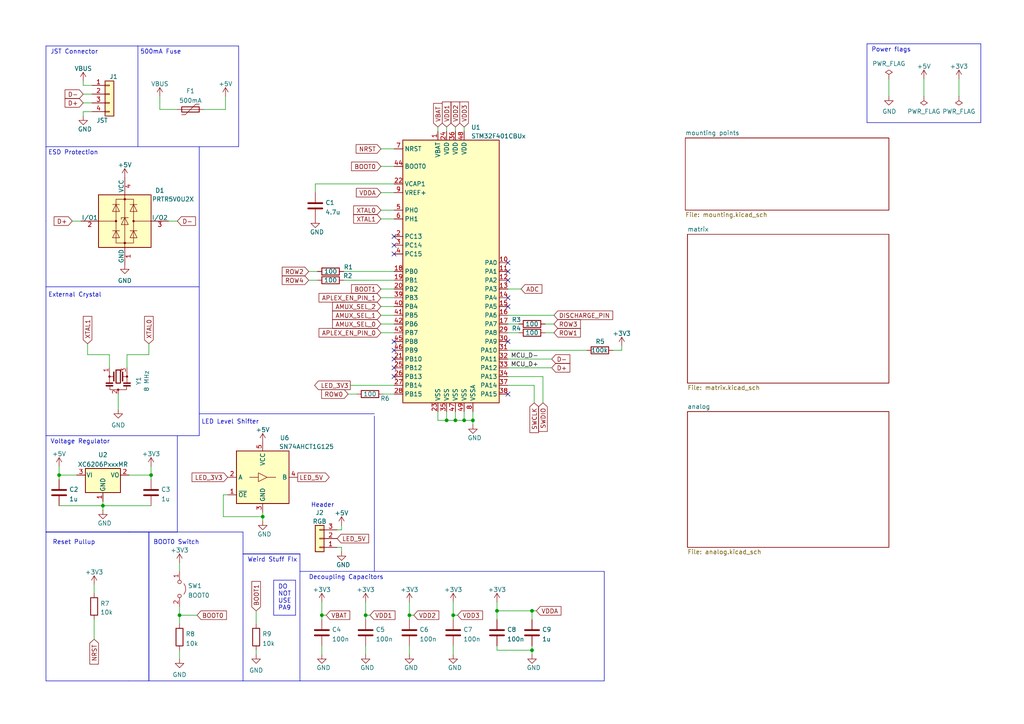
<source format=kicad_sch>
(kicad_sch (version 20231120) (generator "eeschema") (generator_version "8.0")
  (paper "A4")
  (title_block (title "EC Pro2 Mainboard") (date "2024-03-03") (rev "1.0") (company "LU.SV Solutions") (comment 1 "Cipulot PCB Design") (comment 2 "Cipulot") (comment 3 "CC-BY-NC-SA-4.0"))
  (lib_symbols
    (symbol "Connector_Generic:Conn_01x03" (pin_names (offset 1.016) hide)
      (property "Reference" "J" (at 0 5.08 0))
      (property "Value" "Conn_01x03" (at 0 -5.08 0))
      (symbol "Conn_01x03_1_1"
        (rectangle (start -1.27 -2.413) (end 0 -2.667) (stroke (width 0.1524)))
        (rectangle (start -1.27 0.127) (end 0 -0.127) (stroke (width 0.1524)))
        (rectangle (start -1.27 2.667) (end 0 2.413) (stroke (width 0.1524)))
        (rectangle (start -1.27 3.81) (end 1.27 -3.81) (stroke (width 0.254)) (fill (type background)))
        (pin passive line (at -5.08 2.54 0) (length 3.81) (name "Pin_1") (number "1"))
        (pin passive line (at -5.08 0 0) (length 3.81) (name "Pin_2") (number "2"))
        (pin passive line (at -5.08 -2.54 0) (length 3.81) (name "Pin_3") (number "3"))
      )
    )
    (symbol "Connector_Generic:Conn_01x04" (pin_names (offset 1.016) hide)
      (property "Reference" "J" (at 0 5.08 0))
      (property "Value" "Conn_01x04" (at 0 -7.62 0))
      (symbol "Conn_01x04_1_1"
        (rectangle (start -1.27 -4.953) (end 0 -5.207) (stroke (width 0.1524)))
        (rectangle (start -1.27 -2.413) (end 0 -2.667) (stroke (width 0.1524)))
        (rectangle (start -1.27 0.127) (end 0 -0.127) (stroke (width 0.1524)))
        (rectangle (start -1.27 2.667) (end 0 2.413) (stroke (width 0.1524)))
        (rectangle (start -1.27 3.81) (end 1.27 -6.35) (stroke (width 0.254)) (fill (type background)))
        (pin passive line (at -5.08 2.54 0) (length 3.81) (name "Pin_1") (number "1"))
        (pin passive line (at -5.08 0 0) (length 3.81) (name "Pin_2") (number "2"))
        (pin passive line (at -5.08 -2.54 0) (length 3.81) (name "Pin_3") (number "3"))
        (pin passive line (at -5.08 -5.08 0) (length 3.81) (name "Pin_4") (number "4"))
      )
    )
    (symbol "Device:C" (pin_numbers hide) (pin_names (offset 0.254))
      (property "Reference" "C" (at 0.635 2.54 0))
      (property "Value" "C" (at 0.635 -2.54 0))
      (symbol "C_0_1"
        (polyline (pts (xy -2.032 -0.762) (xy 2.032 -0.762)) (stroke (width 0.508)))
        (polyline (pts (xy -2.032 0.762) (xy 2.032 0.762)) (stroke (width 0.508)))
      )
      (symbol "C_1_1"
        (pin passive line (at 0 3.81 270) (length 2.794) (name "~") (number "1"))
        (pin passive line (at 0 -3.81 90) (length 2.794) (name "~") (number "2"))
      )
    )
    (symbol "Device:Polyfuse" (pin_numbers hide) (pin_names (offset 0))
      (property "Reference" "F" (at -2.54 0 90))
      (property "Value" "Polyfuse" (at 2.54 0 90))
      (symbol "Polyfuse_0_1"
        (rectangle (start -0.762 2.54) (end 0.762 -2.54) (stroke (width 0.254)))
        (polyline (pts (xy 0 2.54) (xy 0 -2.54)))
        (polyline (pts (xy -1.524 2.54) (xy -1.524 1.524) (xy 1.524 -1.524) (xy 1.524 -2.54)))
      )
      (symbol "Polyfuse_1_1"
        (pin passive line (at 0 3.81 270) (length 1.27) (name "~") (number "1"))
        (pin passive line (at 0 -3.81 90) (length 1.27) (name "~") (number "2"))
      )
    )
    (symbol "Device:R" (pin_numbers hide) (pin_names (offset 0))
      (property "Reference" "R" (at 2.032 0 90))
      (property "Value" "R" (at 0 0 90))
      (symbol "R_0_1"
        (rectangle (start -1.016 -2.54) (end 1.016 2.54) (stroke (width 0.254)))
      )
      (symbol "R_1_1"
        (pin passive line (at 0 3.81 270) (length 1.27) (name "~") (number "1"))
        (pin passive line (at 0 -3.81 90) (length 1.27) (name "~") (number "2"))
      )
    )
    (symbol "Device:Resonator_Small" (pin_names (offset 1.016) hide)
      (property "Reference" "Y" (at 3.175 1.905 0))
      (property "Value" "Resonator_Small" (at 3.175 0 0))
      (symbol "Resonator_Small_0_1"
        (rectangle (start -3.556 -2.54) (end -1.524 -2.794) (fill (type outline)))
        (rectangle (start -3.556 -1.778) (end -1.524 -2.032) (fill (type outline)))
        (circle (center -2.54 0) (radius 0.254) (fill (type outline)))
        (rectangle (start -0.635 1.905) (end 0.635 -1.905) (stroke (width 0.3048)))
        (circle (center 0 -3.81) (radius 0.254) (fill (type outline)))
        (polyline (pts (xy -2.54 -1.778) (xy -2.54 0)))
        (polyline (pts (xy -2.54 0) (xy -1.397 0)))
        (polyline (pts (xy -2.54 1.27) (xy -2.54 0)))
        (polyline (pts (xy -1.27 -1.27) (xy -1.27 1.27)) (stroke (width 0.381)))
        (polyline (pts (xy 1.27 -1.27) (xy 1.27 1.27)) (stroke (width 0.381)))
        (polyline (pts (xy 1.27 0) (xy 2.54 0)))
        (polyline (pts (xy 2.54 0) (xy 2.54 -1.778)))
        (polyline (pts (xy 2.54 1.27) (xy 2.54 0)))
        (polyline (pts (xy 2.413 -2.794) (xy 2.413 -3.81) (xy -2.413 -3.81) (xy -2.413 -2.667)))
        (rectangle (start 1.524 -2.54) (end 3.556 -2.794) (fill (type outline)))
        (rectangle (start 1.524 -1.778) (end 3.556 -2.032) (fill (type outline)))
        (circle (center 2.54 0) (radius 0.254) (fill (type outline)))
      )
      (symbol "Resonator_Small_1_1"
        (pin passive line (at -2.54 2.54 270) (length 1.27) (name "1") (number "1"))
        (pin passive line (at 0 -5.08 90) (length 1.27) (name "2") (number "2"))
        (pin passive line (at 2.54 2.54 270) (length 1.27) (name "3") (number "3"))
      )
    )
    (symbol "Jumper:Jumper_2_Open" (pin_names (offset 0) hide)
      (property "Reference" "JP" (at 0 2.794 0))
      (property "Value" "Jumper_2_Open" (at 0 -2.286 0))
      (symbol "Jumper_2_Open_0_0"
        (circle (center -2.032 0) (radius 0.508))
        (circle (center 2.032 0) (radius 0.508))
      )
      (symbol "Jumper_2_Open_0_1"
        (arc (start 1.524 1.27) (mid 0 1.778) (end -1.524 1.27))
      )
      (symbol "Jumper_2_Open_1_1"
        (pin passive line (at -5.08 0 0) (length 2.54) (name "A") (number "1"))
        (pin passive line (at 5.08 0 180) (length 2.54) (name "B") (number "2"))
      )
    )
    (symbol "MCU_ST_STM32F4:STM32F401CBUx"
      (property "Reference" "U" (at -15.24 39.37 0))
      (property "Value" "STM32F401CBUx" (at 5.08 39.37 0))
      (symbol "STM32F401CBUx_0_1"
        (rectangle (start -15.24 -38.1) (end 12.7 38.1) (stroke (width 0.254)) (fill (type background)))
      )
      (symbol "STM32F401CBUx_1_1"
        (pin power_in line (at -5.08 40.64 270) (length 2.54) (name "VBAT") (number "1"))
        (pin bidirectional line (at 15.24 2.54 180) (length 2.54) (name "PA0") (number "10"))
        (pin bidirectional line (at 15.24 0 180) (length 2.54) (name "PA1") (number "11"))
        (pin bidirectional line (at 15.24 -2.54 180) (length 2.54) (name "PA2") (number "12"))
        (pin bidirectional line (at 15.24 -5.08 180) (length 2.54) (name "PA3") (number "13"))
        (pin bidirectional line (at 15.24 -7.62 180) (length 2.54) (name "PA4") (number "14"))
        (pin bidirectional line (at 15.24 -10.16 180) (length 2.54) (name "PA5") (number "15"))
        (pin bidirectional line (at 15.24 -12.7 180) (length 2.54) (name "PA6") (number "16"))
        (pin bidirectional line (at 15.24 -15.24 180) (length 2.54) (name "PA7") (number "17"))
        (pin bidirectional line (at -17.78 0 0) (length 2.54) (name "PB0") (number "18"))
        (pin bidirectional line (at -17.78 -2.54 0) (length 2.54) (name "PB1") (number "19"))
        (pin bidirectional line (at -17.78 10.16 0) (length 2.54) (name "PC13") (number "2"))
        (pin bidirectional line (at -17.78 -5.08 0) (length 2.54) (name "PB2") (number "20"))
        (pin bidirectional line (at -17.78 -25.4 0) (length 2.54) (name "PB10") (number "21"))
        (pin power_in line (at -17.78 25.4 0) (length 2.54) (name "VCAP1") (number "22"))
        (pin power_in line (at -5.08 -40.64 90) (length 2.54) (name "VSS") (number "23"))
        (pin power_in line (at -2.54 40.64 270) (length 2.54) (name "VDD") (number "24"))
        (pin bidirectional line (at -17.78 -27.94 0) (length 2.54) (name "PB12") (number "25"))
        (pin bidirectional line (at -17.78 -30.48 0) (length 2.54) (name "PB13") (number "26"))
        (pin bidirectional line (at -17.78 -33.02 0) (length 2.54) (name "PB14") (number "27"))
        (pin bidirectional line (at -17.78 -35.56 0) (length 2.54) (name "PB15") (number "28"))
        (pin bidirectional line (at 15.24 -17.78 180) (length 2.54) (name "PA8") (number "29"))
        (pin bidirectional line (at -17.78 7.62 0) (length 2.54) (name "PC14") (number "3"))
        (pin bidirectional line (at 15.24 -20.32 180) (length 2.54) (name "PA9") (number "30"))
        (pin bidirectional line (at 15.24 -22.86 180) (length 2.54) (name "PA10") (number "31"))
        (pin bidirectional line (at 15.24 -25.4 180) (length 2.54) (name "PA11") (number "32"))
        (pin bidirectional line (at 15.24 -27.94 180) (length 2.54) (name "PA12") (number "33"))
        (pin bidirectional line (at 15.24 -30.48 180) (length 2.54) (name "PA13") (number "34"))
        (pin power_in line (at -2.54 -40.64 90) (length 2.54) (name "VSS") (number "35"))
        (pin power_in line (at 0 40.64 270) (length 2.54) (name "VDD") (number "36"))
        (pin bidirectional line (at 15.24 -33.02 180) (length 2.54) (name "PA14") (number "37"))
        (pin bidirectional line (at 15.24 -35.56 180) (length 2.54) (name "PA15") (number "38"))
        (pin bidirectional line (at -17.78 -7.62 0) (length 2.54) (name "PB3") (number "39"))
        (pin bidirectional line (at -17.78 5.08 0) (length 2.54) (name "PC15") (number "4"))
        (pin bidirectional line (at -17.78 -10.16 0) (length 2.54) (name "PB4") (number "40"))
        (pin bidirectional line (at -17.78 -12.7 0) (length 2.54) (name "PB5") (number "41"))
        (pin bidirectional line (at -17.78 -15.24 0) (length 2.54) (name "PB6") (number "42"))
        (pin bidirectional line (at -17.78 -17.78 0) (length 2.54) (name "PB7") (number "43"))
        (pin input line (at -17.78 30.48 0) (length 2.54) (name "BOOT0") (number "44"))
        (pin bidirectional line (at -17.78 -20.32 0) (length 2.54) (name "PB8") (number "45"))
        (pin bidirectional line (at -17.78 -22.86 0) (length 2.54) (name "PB9") (number "46"))
        (pin power_in line (at 0 -40.64 90) (length 2.54) (name "VSS") (number "47"))
        (pin power_in line (at 2.54 40.64 270) (length 2.54) (name "VDD") (number "48"))
        (pin power_in line (at 2.54 -40.64 90) (length 2.54) (name "VSS") (number "49"))
        (pin input line (at -17.78 17.78 0) (length 2.54) (name "PH0") (number "5"))
        (pin input line (at -17.78 15.24 0) (length 2.54) (name "PH1") (number "6"))
        (pin input line (at -17.78 35.56 0) (length 2.54) (name "NRST") (number "7"))
        (pin power_in line (at 5.08 -40.64 90) (length 2.54) (name "VSSA") (number "8"))
        (pin power_in line (at -17.78 22.86 0) (length 2.54) (name "VREF+") (number "9"))
      )
    )
    (symbol "Power_Protection:PRTR5V0U2X" (pin_names (offset 0))
      (property "Reference" "D" (at 2.794 8.636 0))
      (property "Value" "PRTR5V0U2X" (at 8.128 -9.398 0))
      (symbol "PRTR5V0U2X_0_1"
        (rectangle (start -7.62 -7.62) (end 7.62 7.62) (stroke (width 0.254)) (fill (type background)))
        (circle (center -2.54 0) (radius 0.254) (fill (type outline)))
        (rectangle (start -2.54 6.35) (end 2.54 -6.35))
        (circle (center 0 -6.35) (radius 0.254) (fill (type outline)))
        (polyline (pts (xy -2.54 0) (xy -7.62 0)))
        (polyline (pts (xy -1.524 -2.794) (xy -3.556 -2.794)))
        (polyline (pts (xy -1.524 4.826) (xy -3.556 4.826)))
        (polyline (pts (xy 0 -7.62) (xy 0 7.62)))
        (polyline (pts (xy 1.524 -2.794) (xy 3.556 -2.794)))
        (polyline (pts (xy 1.524 4.826) (xy 3.556 4.826)))
        (polyline (pts (xy 2.54 0) (xy 7.62 0)))
        (polyline (pts (xy 1.016 1.016) (xy -1.016 1.016) (xy -1.016 0.508)))
        (polyline (pts (xy -3.556 -4.826) (xy -1.524 -4.826) (xy -2.54 -2.794) (xy -3.556 -4.826)))
        (polyline (pts (xy -3.556 2.794) (xy -1.524 2.794) (xy -2.54 4.826) (xy -3.556 2.794)))
        (polyline (pts (xy -1.016 -1.016) (xy 1.016 -1.016) (xy 0 1.016) (xy -1.016 -1.016)))
        (polyline (pts (xy 3.556 -4.826) (xy 1.524 -4.826) (xy 2.54 -2.794) (xy 3.556 -4.826)))
        (polyline (pts (xy 3.556 2.794) (xy 1.524 2.794) (xy 2.54 4.826) (xy 3.556 2.794)))
        (circle (center 0 6.35) (radius 0.254) (fill (type outline)))
        (circle (center 2.54 0) (radius 0.254) (fill (type outline)))
      )
      (symbol "PRTR5V0U2X_1_1"
        (pin passive line (at 0 -12.7 90) (length 5.08) (name "GND") (number "1"))
        (pin passive line (at -12.7 0 0) (length 5.08) (name "I/O1") (number "2"))
        (pin passive line (at 12.7 0 180) (length 5.08) (name "I/O2") (number "3"))
        (pin passive line (at 0 12.7 270) (length 5.08) (name "VCC") (number "4"))
      )
    )
    (symbol "Regulator_Linear:XC6206PxxxMR" (pin_names (offset 0.254))
      (property "Reference" "U" (at -3.81 3.175 0))
      (property "Value" "XC6206PxxxMR" (at 0 3.175 0))
      (symbol "XC6206PxxxMR_0_1"
        (rectangle (start -5.08 1.905) (end 5.08 -5.08) (stroke (width 0.254)) (fill (type background)))
      )
      (symbol "XC6206PxxxMR_1_1"
        (pin power_in line (at 0 -7.62 90) (length 2.54) (name "GND") (number "1"))
        (pin power_out line (at 7.62 0 180) (length 2.54) (name "VO") (number "2"))
        (pin power_in line (at -7.62 0 0) (length 2.54) (name "VI") (number "3"))
      )
    )
    (symbol "cipulot_parts:SN74AHCT1G125"
      (property "Reference" "U" (at -6.35 11.43 0))
      (property "Value" "SN74AHCT1G125" (at 3.81 11.43 0))
      (symbol "SN74AHCT1G125_0_1"
        (rectangle (start -7.62 10.16) (end 7.62 -5.08) (stroke (width 0.254)) (fill (type background)))
        (polyline (pts (xy -3.81 2.54) (xy -1.27 2.54)))
        (polyline (pts (xy 3.81 2.54) (xy 1.27 2.54)))
        (polyline (pts (xy -1.27 1.27) (xy -1.27 3.81) (xy 1.27 2.54) (xy -1.27 1.27)))
      )
      (symbol "SN74AHCT1G125_1_1"
        (pin input line (at -10.16 -2.54 0) (length 2.54) (name "~{OE}") (number "1"))
        (pin input line (at -10.16 2.54 0) (length 2.54) (name "A") (number "2"))
        (pin power_in line (at 0 -7.62 90) (length 2.54) (name "GND") (number "3"))
        (pin output line (at 10.16 2.54 180) (length 2.54) (name "B") (number "4"))
        (pin power_in line (at 0 12.7 270) (length 2.54) (name "VCC") (number "5"))
      )
    )
    (symbol "power:+3.3V" (power) (pin_names (offset 0))
      (property "Value" "+3.3V" (at 0 3.556 0))
      (symbol "+3.3V_0_1"
        (polyline (pts (xy -0.762 1.27) (xy 0 2.54)))
        (polyline (pts (xy 0 0) (xy 0 2.54)))
        (polyline (pts (xy 0 2.54) (xy 0.762 1.27)))
      )
      (symbol "+3.3V_1_1"
        (pin power_in line (at 0 0 90) (length 0) hide (name "+3V3") (number "1"))
      )
    )
    (symbol "power:+5V" (power) (pin_names (offset 0))
      (property "Value" "+5V" (at 0 3.556 0))
      (symbol "+5V_0_1"
        (polyline (pts (xy -0.762 1.27) (xy 0 2.54)))
        (polyline (pts (xy 0 0) (xy 0 2.54)))
        (polyline (pts (xy 0 2.54) (xy 0.762 1.27)))
      )
      (symbol "+5V_1_1"
        (pin power_in line (at 0 0 90) (length 0) hide (name "+5V") (number "1"))
      )
    )
    (symbol "power:GND" (power) (pin_names (offset 0))
      (property "Value" "GND" (at 0 -3.81 0))
      (symbol "GND_0_1"
        (polyline (pts (xy 0 0) (xy 0 -1.27) (xy 1.27 -1.27) (xy 0 -2.54) (xy -1.27 -1.27) (xy 0 -1.27)))
      )
      (symbol "GND_1_1"
        (pin power_in line (at 0 0 270) (length 0) hide (name "GND") (number "1"))
      )
    )
    (symbol "power:PWR_FLAG" (power) (pin_numbers hide) (pin_names (offset 0) hide)
      (property "Value" "PWR_FLAG" (at 0 3.81 0))
      (symbol "PWR_FLAG_0_0"
        (pin power_out line (at 0 0 90) (length 0) (name "pwr") (number "1"))
      )
      (symbol "PWR_FLAG_0_1"
        (polyline (pts (xy 0 0) (xy 0 1.27) (xy -1.016 1.905) (xy 0 2.54) (xy 1.016 1.905) (xy 0 1.27)))
      )
    )
    (symbol "power:VBUS" (power) (pin_names (offset 0))
      (property "Value" "VBUS" (at 0 3.81 0))
      (symbol "VBUS_0_1"
        (polyline (pts (xy -0.762 1.27) (xy 0 2.54)))
        (polyline (pts (xy 0 0) (xy 0 2.54)))
        (polyline (pts (xy 0 2.54) (xy 0.762 1.27)))
      )
      (symbol "VBUS_1_1"
        (pin power_in line (at 0 0 90) (length 0) hide (name "VBUS") (number "1"))
      )
    )
  )
  (junction (at 144.145 177.165))
  (junction (at 134.62 121.92))
  (junction (at 137.16 121.92))
  (junction (at 106.045 178.435))
  (junction (at 154.305 188.595))
  (junction (at 43.815 137.795))
  (junction (at 29.845 146.685))
  (junction (at 76.2 149.86))
  (junction (at 132.08 121.92))
  (junction (at 17.145 137.795))
  (junction (at 154.305 177.165))
  (junction (at 93.345 178.435))
  (junction (at 129.54 121.92))
  (junction (at 52.07 178.435))
  (junction (at 118.745 178.435))
  (junction (at 131.445 178.435))
  (no_connect (at 114.3 106.68))
  (no_connect (at 147.32 78.74))
  (no_connect (at 147.32 88.9))
  (no_connect (at 114.3 104.14))
  (no_connect (at 114.3 101.6))
  (no_connect (at 114.3 99.06))
  (no_connect (at 147.32 114.3))
  (no_connect (at 147.32 81.28))
  (no_connect (at 147.32 99.06))
  (no_connect (at 114.3 73.66))
  (no_connect (at 147.32 76.2))
  (no_connect (at 114.3 71.12))
  (no_connect (at 114.3 68.58))
  (no_connect (at 147.32 86.36))
  (no_connect (at 114.3 109.22))
  (wire (pts (xy 147.32 83.82) (xy 151.13 83.82)))
  (wire (pts (xy 137.16 123.19) (xy 137.16 121.92)))
  (polyline (pts (xy 13.335 83.185) (xy 13.335 126.365)))
  (wire (pts (xy 114.3 53.34) (xy 91.44 53.34)))
  (polyline (pts (xy 79.375 168.275) (xy 85.725 168.275)))
  (wire (pts (xy 74.295 188.595) (xy 74.295 189.865)))
  (polyline (pts (xy 43.18 154.305) (xy 43.18 197.485)))
  (polyline (pts (xy 57.785 42.545) (xy 13.335 42.545)))
  (wire (pts (xy 29.845 145.415) (xy 29.845 146.685)))
  (wire (pts (xy 160.655 96.52) (xy 158.115 96.52)))
  (wire (pts (xy 157.48 116.84) (xy 157.48 109.22)))
  (polyline (pts (xy 13.335 13.335) (xy 40.005 13.335)))
  (wire (pts (xy 118.745 179.705) (xy 118.745 178.435)))
  (wire (pts (xy 129.54 121.92) (xy 132.08 121.92)))
  (wire (pts (xy 150.495 93.98) (xy 147.32 93.98)))
  (wire (pts (xy 74.295 177.165) (xy 74.295 180.975)))
  (polyline (pts (xy 175.26 165.735) (xy 175.26 197.485)))
  (polyline (pts (xy 86.995 160.655) (xy 86.995 197.485)))
  (wire (pts (xy 154.305 177.165) (xy 154.305 179.705)))
  (wire (pts (xy 110.49 91.44) (xy 114.3 91.44)))
  (polyline (pts (xy 13.335 154.305) (xy 13.335 197.485)))
  (wire (pts (xy 111.125 114.3) (xy 114.3 114.3)))
  (wire (pts (xy 17.145 135.255) (xy 17.145 137.795)))
  (wire (pts (xy 154.305 188.595) (xy 154.305 189.865)))
  (wire (pts (xy 24.13 29.845) (xy 26.67 29.845)))
  (polyline (pts (xy 57.785 83.185) (xy 57.785 42.545)))
  (wire (pts (xy 144.145 188.595) (xy 154.305 188.595)))
  (wire (pts (xy 27.305 169.545) (xy 27.305 172.085)))
  (wire (pts (xy 154.305 177.165) (xy 155.575 177.165)))
  (wire (pts (xy 154.94 111.76) (xy 154.94 116.84)))
  (wire (pts (xy 147.32 104.14) (xy 160.02 104.14)))
  (polyline (pts (xy 251.46 35.56) (xy 284.48 35.56)))
  (wire (pts (xy 118.745 178.435) (xy 120.015 178.435)))
  (wire (pts (xy 134.62 38.1) (xy 134.62 36.83)))
  (wire (pts (xy 278.13 22.86) (xy 278.13 27.94)))
  (wire (pts (xy 64.77 149.86) (xy 76.2 149.86)))
  (wire (pts (xy 147.32 109.22) (xy 157.48 109.22)))
  (polyline (pts (xy 108.585 120.65) (xy 108.585 165.735)))
  (wire (pts (xy 91.44 53.34) (xy 91.44 55.88)))
  (wire (pts (xy 64.77 143.51) (xy 64.77 149.86)))
  (wire (pts (xy 160.655 91.44) (xy 147.32 91.44)))
  (wire (pts (xy 43.18 99.695) (xy 43.18 102.87)))
  (wire (pts (xy 110.49 60.96) (xy 114.3 60.96)))
  (wire (pts (xy 106.045 179.705) (xy 106.045 178.435)))
  (polyline (pts (xy 85.725 178.435) (xy 85.725 168.275)))
  (polyline (pts (xy 79.375 168.275) (xy 79.375 178.435)))
  (wire (pts (xy 59.055 31.75) (xy 65.405 31.75)))
  (wire (pts (xy 17.145 146.685) (xy 29.845 146.685)))
  (wire (pts (xy 127 38.1) (xy 127 36.83)))
  (polyline (pts (xy 69.215 13.335) (xy 40.005 13.335)))
  (wire (pts (xy 46.355 27.94) (xy 46.355 31.75)))
  (wire (pts (xy 106.045 187.325) (xy 106.045 189.865)))
  (wire (pts (xy 93.345 178.435) (xy 93.345 179.705)))
  (wire (pts (xy 34.29 114.3) (xy 34.29 118.745)))
  (polyline (pts (xy 86.995 165.735) (xy 175.26 165.735)))
  (wire (pts (xy 129.54 38.1) (xy 129.54 36.83)))
  (wire (pts (xy 147.32 106.68) (xy 160.02 106.68)))
  (polyline (pts (xy 70.485 197.485) (xy 70.485 154.305)))
  (wire (pts (xy 25.4 99.695) (xy 25.4 102.87)))
  (wire (pts (xy 36.83 106.68) (xy 36.83 102.87)))
  (wire (pts (xy 93.345 187.325) (xy 93.345 189.865)))
  (wire (pts (xy 52.07 178.435) (xy 52.07 180.975)))
  (wire (pts (xy 144.145 174.625) (xy 144.145 177.165)))
  (wire (pts (xy 20.955 64.135) (xy 23.495 64.135)))
  (polyline (pts (xy 13.335 126.365) (xy 57.785 126.365)))
  (wire (pts (xy 106.045 174.625) (xy 106.045 178.435)))
  (wire (pts (xy 267.97 22.86) (xy 267.97 27.94)))
  (polyline (pts (xy 79.375 178.435) (xy 85.725 178.435)))
  (wire (pts (xy 110.49 88.9) (xy 114.3 88.9)))
  (polyline (pts (xy 13.335 154.305) (xy 37.465 154.305)))
  (polyline (pts (xy 13.335 42.545) (xy 13.335 64.135)))
  (wire (pts (xy 110.49 96.52) (xy 114.3 96.52)))
  (wire (pts (xy 132.08 119.38) (xy 132.08 121.92)))
  (wire (pts (xy 76.2 149.86) (xy 76.2 151.13)))
  (wire (pts (xy 110.49 86.36) (xy 114.3 86.36)))
  (wire (pts (xy 36.83 102.87) (xy 43.18 102.87)))
  (wire (pts (xy 129.54 119.38) (xy 129.54 121.92)))
  (wire (pts (xy 17.145 137.795) (xy 22.225 137.795)))
  (polyline (pts (xy 43.18 197.485) (xy 43.18 154.305)))
  (wire (pts (xy 97.79 153.67) (xy 99.06 153.67)))
  (wire (pts (xy 89.535 78.74) (xy 92.075 78.74)))
  (wire (pts (xy 150.495 96.52) (xy 147.32 96.52)))
  (wire (pts (xy 24.13 32.385) (xy 26.67 32.385)))
  (wire (pts (xy 134.62 121.92) (xy 137.16 121.92)))
  (wire (pts (xy 37.465 137.795) (xy 43.815 137.795)))
  (polyline (pts (xy 86.995 197.485) (xy 70.485 197.485)))
  (wire (pts (xy 180.34 101.6) (xy 180.34 100.33)))
  (wire (pts (xy 52.07 175.895) (xy 52.07 178.435)))
  (wire (pts (xy 99.06 153.67) (xy 99.06 152.4)))
  (wire (pts (xy 131.445 178.435) (xy 131.445 179.705)))
  (wire (pts (xy 257.81 22.86) (xy 257.81 27.94)))
  (wire (pts (xy 29.845 146.685) (xy 29.845 147.955)))
  (polyline (pts (xy 51.435 154.305) (xy 51.435 126.365)))
  (wire (pts (xy 43.815 135.255) (xy 43.815 137.795)))
  (wire (pts (xy 144.145 177.165) (xy 154.305 177.165)))
  (wire (pts (xy 65.405 31.75) (xy 65.405 27.94)))
  (wire (pts (xy 43.815 137.795) (xy 43.815 139.065)))
  (wire (pts (xy 177.8 101.6) (xy 180.34 101.6)))
  (wire (pts (xy 31.75 102.87) (xy 31.75 106.68)))
  (wire (pts (xy 27.305 179.705) (xy 27.305 185.42)))
  (wire (pts (xy 89.535 81.28) (xy 92.075 81.28)))
  (wire (pts (xy 118.745 187.325) (xy 118.745 189.865)))
  (wire (pts (xy 160.655 93.98) (xy 158.115 93.98)))
  (wire (pts (xy 24.13 24.765) (xy 26.67 24.765)))
  (polyline (pts (xy 13.335 42.545) (xy 13.335 13.335)))
  (wire (pts (xy 76.2 148.59) (xy 76.2 149.86)))
  (wire (pts (xy 52.07 163.195) (xy 52.07 165.735)))
  (wire (pts (xy 99.06 158.75) (xy 99.06 160.02)))
  (wire (pts (xy 24.13 23.495) (xy 24.13 24.765)))
  (polyline (pts (xy 251.46 12.7) (xy 251.46 35.56)))
  (wire (pts (xy 17.145 137.795) (xy 17.145 139.065)))
  (polyline (pts (xy 13.335 126.365) (xy 13.335 154.305)))
  (wire (pts (xy 24.13 33.655) (xy 24.13 32.385)))
  (wire (pts (xy 147.32 101.6) (xy 170.18 101.6)))
  (wire (pts (xy 132.08 121.92) (xy 134.62 121.92)))
  (polyline (pts (xy 13.335 154.305) (xy 37.465 154.305)))
  (wire (pts (xy 94.615 178.435) (xy 93.345 178.435)))
  (polyline (pts (xy 70.485 160.655) (xy 86.995 160.655)))
  (wire (pts (xy 144.145 187.325) (xy 144.145 188.595)))
  (wire (pts (xy 127 119.38) (xy 127 121.92)))
  (wire (pts (xy 110.49 43.18) (xy 114.3 43.18)))
  (wire (pts (xy 24.13 27.305) (xy 26.67 27.305)))
  (wire (pts (xy 127 121.92) (xy 129.54 121.92)))
  (polyline (pts (xy 57.785 42.545) (xy 69.215 42.545)))
  (polyline (pts (xy 37.465 197.485) (xy 70.485 197.485)))
  (wire (pts (xy 110.49 48.26) (xy 114.3 48.26)))
  (polyline (pts (xy 175.26 197.485) (xy 86.995 197.485)))
  (wire (pts (xy 106.045 178.435) (xy 107.315 178.435)))
  (wire (pts (xy 134.62 119.38) (xy 134.62 121.92)))
  (wire (pts (xy 25.4 102.87) (xy 31.75 102.87)))
  (wire (pts (xy 114.3 55.88) (xy 110.49 55.88)))
  (wire (pts (xy 52.07 188.595) (xy 52.07 191.135)))
  (wire (pts (xy 101.6 111.76) (xy 114.3 111.76)))
  (polyline (pts (xy 13.335 197.485) (xy 37.465 197.485)))
  (polyline (pts (xy 57.785 126.365) (xy 57.785 83.185)))
  (wire (pts (xy 100.965 114.3) (xy 103.505 114.3)))
  (wire (pts (xy 131.445 178.435) (xy 132.715 178.435)))
  (polyline (pts (xy 69.215 42.545) (xy 69.215 13.335)))
  (wire (pts (xy 118.745 174.625) (xy 118.745 178.435)))
  (wire (pts (xy 97.79 158.75) (xy 99.06 158.75)))
  (wire (pts (xy 131.445 174.625) (xy 131.445 178.435)))
  (wire (pts (xy 132.08 38.1) (xy 132.08 36.83)))
  (polyline (pts (xy 251.46 12.7) (xy 284.48 12.7)))
  (wire (pts (xy 110.49 63.5) (xy 114.3 63.5)))
  (polyline (pts (xy 13.335 83.185) (xy 57.785 83.185)))
  (polyline (pts (xy 37.465 154.305) (xy 51.435 154.305)))
  (wire (pts (xy 48.895 64.135) (xy 51.435 64.135)))
  (polyline (pts (xy 284.48 35.56) (xy 284.48 12.7)))
  (polyline (pts (xy 37.465 154.305) (xy 70.485 154.305)))
  (wire (pts (xy 64.77 143.51) (xy 66.04 143.51)))
  (wire (pts (xy 99.695 81.28) (xy 114.3 81.28)))
  (polyline (pts (xy 57.785 120.015) (xy 108.585 120.015)))
  (polyline (pts (xy 40.005 42.545) (xy 40.005 13.335)))
  (wire (pts (xy 110.49 83.82) (xy 114.3 83.82)))
  (wire (pts (xy 144.145 179.705) (xy 144.145 177.165)))
  (wire (pts (xy 131.445 187.325) (xy 131.445 189.865)))
  (polyline (pts (xy 86.995 160.655) (xy 70.485 160.655)))
  (wire (pts (xy 110.49 93.98) (xy 114.3 93.98)))
  (wire (pts (xy 29.845 146.685) (xy 43.815 146.685)))
  (wire (pts (xy 46.355 31.75) (xy 51.435 31.75)))
  (wire (pts (xy 99.695 78.74) (xy 114.3 78.74)))
  (wire (pts (xy 137.16 119.38) (xy 137.16 121.92)))
  (wire (pts (xy 147.32 111.76) (xy 154.94 111.76)))
  (wire (pts (xy 93.345 174.625) (xy 93.345 178.435)))
  (wire (pts (xy 52.07 178.435) (xy 57.15 178.435)))
  (polyline (pts (xy 13.335 64.135) (xy 13.335 83.185)))
  (wire (pts (xy 154.305 187.325) (xy 154.305 188.595)))
  (text "DO\nNOT\nUSE\nPA9\n" (at 80.645 177.165 0) (effects (font (size 1.27 1.27)) (justify left bottom)))
  (text "Voltage Regulator" (at 14.605 128.905 0) (effects (font (size 1.27 1.27)) (justify left bottom)))
  (text "JST Connector\n" (at 14.605 15.875 0) (effects (font (size 1.27 1.27)) (justify left bottom)))
  (text "Header" (at 90.17 147.32 0) (effects (font (size 1.27 1.27)) (justify left bottom)))
  (text "BOOT0 Switch" (at 44.45 158.115 0) (effects (font (size 1.27 1.27)) (justify left bottom)))
  (text "External Crystal\n" (at 13.97 86.36 0) (effects (font (size 1.27 1.27)) (justify left bottom)))
  (text "500mA Fuse\n" (at 40.64 15.875 0) (effects (font (size 1.27 1.27)) (justify left bottom)))
  (text "Weird Stuff FIx" (at 71.755 163.195 0) (effects (font (size 1.27 1.27)) (justify left bottom)))
  (text "Decoupling Capacitors" (at 89.535 168.275 0) (effects (font (size 1.27 1.27)) (justify left bottom)))
  (text "Power flags\n" (at 252.73 15.24 0) (effects (font (size 1.27 1.27)) (justify left bottom)))
  (text "LED Level Shifter\n" (at 58.42 123.19 0) (effects (font (size 1.27 1.27)) (justify left bottom)))
  (text "ESD Protection\n" (at 13.97 45.085 0) (effects (font (size 1.27 1.27)) (justify left bottom)))
  (text "Reset Pullup" (at 15.24 158.115 0) (effects (font (size 1.27 1.27)) (justify left bottom)))
  (label "MCU_D+" (at 156.21 106.68 180))
  (label "MCU_D-" (at 156.21 104.14 180))
  (global_label "ROW4" (shape input) (at 89.535 81.28 180) (property "Intersheetrefs" "${INTERSHEET_REFS}" (effects (hide yes))))
  (global_label "VDD3" (shape input) (at 132.715 178.435 0) (property "Intersheetrefs" "${INTERSHEET_REFS}" (effects (hide yes))))
  (global_label "D+" (shape input) (at 24.13 29.845 180) (property "Intersheetrefs" "${INTERSHEET_REFS}" (effects (hide yes))))
  (global_label "ROW0" (shape input) (at 100.965 114.3 180) (property "Intersheetrefs" "${INTERSHEET_REFS}" (effects (hide yes))))
  (global_label "SWCLK" (shape input) (at 154.94 116.84 270) (property "Intersheetrefs" "${INTERSHEET_REFS}" (effects (hide yes))))
  (global_label "ROW3" (shape input) (at 160.655 93.98 0) (property "Intersheetrefs" "${INTERSHEET_REFS}" (effects (hide yes))))
  (global_label "APLEX_EN_PIN_1" (shape input) (at 110.49 86.36 180) (property "Intersheetrefs" "${INTERSHEET_REFS}" (effects (hide yes))))
  (global_label "VBAT" (shape input) (at 94.615 178.435 0) (property "Intersheetrefs" "${INTERSHEET_REFS}" (effects (hide yes))))
  (global_label "BOOT0" (shape input) (at 57.15 178.435 0) (property "Intersheetrefs" "${INTERSHEET_REFS}" (effects (hide yes))))
  (global_label "DISCHARGE_PIN" (shape input) (at 160.655 91.44 0) (property "Intersheetrefs" "${INTERSHEET_REFS}" (effects (hide yes))))
  (global_label "D+" (shape input) (at 20.955 64.135 180) (property "Intersheetrefs" "${INTERSHEET_REFS}" (effects (hide yes))))
  (global_label "VDD2" (shape input) (at 120.015 178.435 0) (property "Intersheetrefs" "${INTERSHEET_REFS}" (effects (hide yes))))
  (global_label "XTAL1" (shape input) (at 25.4 99.695 90) (property "Intersheetrefs" "${INTERSHEET_REFS}" (effects (hide yes))))
  (global_label "VDD1" (shape input) (at 107.315 178.435 0) (property "Intersheetrefs" "${INTERSHEET_REFS}" (effects (hide yes))))
  (global_label "SWDIO" (shape input) (at 157.48 116.84 270) (property "Intersheetrefs" "${INTERSHEET_REFS}" (effects (hide yes))))
  (global_label "BOOT1" (shape input) (at 110.49 83.82 180) (property "Intersheetrefs" "${INTERSHEET_REFS}" (effects (hide yes))))
  (global_label "D+" (shape input) (at 160.02 106.68 0) (property "Intersheetrefs" "${INTERSHEET_REFS}" (effects (hide yes))))
  (global_label "NRST" (shape input) (at 110.49 43.18 180) (property "Intersheetrefs" "${INTERSHEET_REFS}" (effects (hide yes))))
  (global_label "VDD1" (shape input) (at 129.54 36.83 90) (property "Intersheetrefs" "${INTERSHEET_REFS}" (effects (hide yes))))
  (global_label "AMUX_SEL_1" (shape input) (at 110.49 91.44 180) (property "Intersheetrefs" "${INTERSHEET_REFS}" (effects (hide yes))))
  (global_label "LED_3V3" (shape input) (at 66.04 138.43 180) (property "Intersheetrefs" "${INTERSHEET_REFS}" (effects (hide yes))))
  (global_label "AMUX_SEL_0" (shape input) (at 110.49 93.98 180) (property "Intersheetrefs" "${INTERSHEET_REFS}" (effects (hide yes))))
  (global_label "XTAL1" (shape input) (at 110.49 63.5 180) (property "Intersheetrefs" "${INTERSHEET_REFS}" (effects (hide yes))))
  (global_label "ROW2" (shape input) (at 89.535 78.74 180) (property "Intersheetrefs" "${INTERSHEET_REFS}" (effects (hide yes))))
  (global_label "VDDA" (shape input) (at 155.575 177.165 0) (property "Intersheetrefs" "${INTERSHEET_REFS}" (effects (hide yes))))
  (global_label "D-" (shape input) (at 24.13 27.305 180) (property "Intersheetrefs" "${INTERSHEET_REFS}" (effects (hide yes))))
  (global_label "VDD2" (shape input) (at 132.08 36.83 90) (property "Intersheetrefs" "${INTERSHEET_REFS}" (effects (hide yes))))
  (global_label "XTAL0" (shape input) (at 43.18 99.695 90) (property "Intersheetrefs" "${INTERSHEET_REFS}" (effects (hide yes))))
  (global_label "BOOT1" (shape input) (at 74.295 177.165 90) (property "Intersheetrefs" "${INTERSHEET_REFS}" (effects (hide yes))))
  (global_label "AMUX_SEL_2" (shape input) (at 110.49 88.9 180) (property "Intersheetrefs" "${INTERSHEET_REFS}" (effects (hide yes))))
  (global_label "VDDA" (shape input) (at 110.49 55.88 180) (property "Intersheetrefs" "${INTERSHEET_REFS}" (effects (hide yes))))
  (global_label "NRST" (shape input) (at 27.305 185.42 270) (property "Intersheetrefs" "${INTERSHEET_REFS}" (effects (hide yes))))
  (global_label "D-" (shape input) (at 160.02 104.14 0) (property "Intersheetrefs" "${INTERSHEET_REFS}" (effects (hide yes))))
  (global_label "LED_5V" (shape output) (at 86.36 138.43 0) (property "Intersheetrefs" "${INTERSHEET_REFS}" (effects (hide yes))))
  (global_label "ROW1" (shape input) (at 160.655 96.52 0) (property "Intersheetrefs" "${INTERSHEET_REFS}" (effects (hide yes))))
  (global_label "VDD3" (shape input) (at 134.62 36.83 90) (property "Intersheetrefs" "${INTERSHEET_REFS}" (effects (hide yes))))
  (global_label "APLEX_EN_PIN_0" (shape input) (at 110.49 96.52 180) (property "Intersheetrefs" "${INTERSHEET_REFS}" (effects (hide yes))))
  (global_label "XTAL0" (shape input) (at 110.49 60.96 180) (property "Intersheetrefs" "${INTERSHEET_REFS}" (effects (hide yes))))
  (global_label "VBAT" (shape input) (at 127 36.83 90) (property "Intersheetrefs" "${INTERSHEET_REFS}" (effects (hide yes))))
  (global_label "BOOT0" (shape input) (at 110.49 48.26 180) (property "Intersheetrefs" "${INTERSHEET_REFS}" (effects (hide yes))))
  (global_label "ADC" (shape input) (at 151.13 83.82 0) (property "Intersheetrefs" "${INTERSHEET_REFS}" (effects (hide yes))))
  (global_label "LED_3V3" (shape output) (at 101.6 111.76 180) (property "Intersheetrefs" "${INTERSHEET_REFS}" (effects (hide yes))))
  (global_label "LED_5V" (shape input) (at 97.79 156.21 0) (property "Intersheetrefs" "${INTERSHEET_REFS}" (effects (hide yes))))
  (global_label "D-" (shape input) (at 51.435 64.135 0) (property "Intersheetrefs" "${INTERSHEET_REFS}" (effects (hide yes))))
  (symbol (lib_id "power:PWR_FLAG") (at 257.81 22.86 0) (unit 1)
    (property "Reference" "#FLG01" (effects (hide yes)))
    (property "Value" "PWR_FLAG" (at 257.81 18.4658 0))
  )
  (symbol (lib_id "Connector_Generic:Conn_01x04") (at 31.75 27.305 0) (unit 1)
    (property "Reference" "J1" (at 31.75 22.225 0) (effects (justify left)))
    (property "Value" "JST" (at 27.94 34.925 0) (effects (justify left)))
    (property "Footprint" "cipulot_parts:JST-SR-4" (effects (hide yes)))
    (property "LCSC" "C145956" (effects (hide yes)))
  )
  (symbol (lib_id "power:GND") (at 137.16 123.19 0) (unit 1)
    (property "Reference" "#PWR016" (effects (hide yes)))
    (property "Value" "GND" (at 139.7 127 0) (effects (justify right)))
  )
  (symbol (lib_id "Device:C") (at 17.145 142.875 0) (unit 1)
    (property "Reference" "C2" (at 20.066 141.9665 0) (effects (justify left)))
    (property "Value" "1u" (at 20.066 144.7416 0) (effects (justify left)))
    (property "Footprint" "Capacitor_SMD:C_0402_1005Metric" (effects (hide yes)))
    (property "LCSC" "C52923" (effects (hide yes)))
  )
  (symbol (lib_id "power:+3.3V") (at 118.745 174.625 0) (unit 1)
    (property "Reference" "#PWR021" (effects (hide yes)))
    (property "Value" "+3V3" (at 118.745 171.0205 0))
  )
  (symbol (lib_id "cipulot_parts:SN74AHCT1G125") (at 76.2 140.97 0) (unit 1)
    (property "Reference" "U6" (at 82.55 127 0))
    (property "Value" "SN74AHCT1G125" (at 88.9 129.54 0))
    (property "Footprint" "Package_TO_SOT_SMD:SOT-23-5" (effects (hide yes)))
    (property "Datasheet" "https://www.ti.com/cn/lit/ds/symlink/sn74ahct1g125.pdf?ts=1660138492922" (effects (hide yes)))
    (property "LCSC" "C7484" (effects (hide yes)))
  )
  (symbol (lib_id "Device:R") (at 52.07 184.785 0) (unit 1)
    (property "Reference" "R8" (at 53.848 183.8765 0) (effects (justify left)))
    (property "Value" "10k" (at 53.848 186.6516 0) (effects (justify left)))
    (property "Footprint" "Resistor_SMD:R_0402_1005Metric" (effects (hide yes)))
    (property "LCSC" "C25744" (effects (hide yes)))
  )
  (symbol (lib_id "power:+3.3V") (at 131.445 174.625 0) (unit 1)
    (property "Reference" "#PWR022" (effects (hide yes)))
    (property "Value" "+3V3" (at 131.445 171.0205 0))
  )
  (symbol (lib_id "Device:C") (at 144.145 183.515 0) (unit 1)
    (property "Reference" "C8" (at 147.066 182.6065 0) (effects (justify left)))
    (property "Value" "100n" (at 147.066 185.3816 0) (effects (justify left)))
    (property "Footprint" "Capacitor_SMD:C_0402_1005Metric" (effects (hide yes)))
    (property "LCSC" "C307331" (effects (hide yes)))
  )
  (symbol (lib_id "Device:R") (at 74.295 184.785 180) (unit 1)
    (property "Reference" "R9" (at 76.073 183.8765 0) (effects (justify right)))
    (property "Value" "10k" (at 76.073 186.6516 0) (effects (justify right)))
    (property "Footprint" "Resistor_SMD:R_0402_1005Metric" (effects (hide yes)))
    (property "LCSC" "C25744" (effects (hide yes)))
  )
  (symbol (lib_id "power:GND") (at 91.44 63.5 0) (unit 1)
    (property "Reference" "#PWR010" (effects (hide yes)))
    (property "Value" "GND" (at 93.98 67.31 0) (effects (justify right)))
  )
  (symbol (lib_id "MCU_ST_STM32F4:STM32F401CBUx") (at 132.08 78.74 0) (unit 1)
    (property "Reference" "U1" (at 136.6394 36.9402 0) (effects (justify left)))
    (property "Value" "STM32F401CBUx" (at 136.6394 39.4771 0) (effects (justify left)))
    (property "Footprint" "Package_DFN_QFN:QFN-48-1EP_7x7mm_P0.5mm_EP5.6x5.6mm" (effects (hide yes)))
    (property "Datasheet" "http://www.st.com/st-web-ui/static/active/en/resource/technical/document/datasheet/DM00086815.pdf" (effects (hide yes)))
    (property "LCSC" "C118825" (effects (hide yes)))
  )
  (symbol (lib_id "power:+5V") (at 267.97 22.86 0) (unit 1)
    (property "Reference" "#PWR01" (effects (hide yes)))
    (property "Value" "+5V" (at 267.97 19.2555 0))
  )
  (symbol (lib_id "Connector_Generic:Conn_01x03") (at 92.71 156.21 180) (unit 1)
    (property "Reference" "J2" (at 92.71 148.7002 0))
    (property "Value" "RGB" (at 92.71 151.2371 0))
    (property "Footprint" "Connector_PinSocket_2.54mm:PinSocket_1x03_P2.54mm_Vertical" (effects (hide yes)))
  )
  (symbol (lib_id "Device:R") (at 95.885 81.28 90) (unit 1)
    (property "Reference" "R2" (at 102.235 80.01 90) (effects (justify left)))
    (property "Value" "100" (at 97.79 81.28 90) (effects (justify left)))
    (property "Footprint" "Resistor_SMD:R_0402_1005Metric" (effects (hide yes)))
    (property "LCSC" "C25076" (effects (hide yes)))
  )
  (symbol (lib_id "Device:R") (at 154.305 93.98 90) (unit 1)
    (property "Reference" "R3" (at 151.13 92.71 90) (effects (justify left)))
    (property "Value" "100" (at 156.21 93.98 90) (effects (justify left)))
    (property "Footprint" "Resistor_SMD:R_0402_1005Metric" (effects (hide yes)))
    (property "LCSC" "C25076" (effects (hide yes)))
  )
  (symbol (lib_id "Device:R") (at 95.885 78.74 270) (unit 1)
    (property "Reference" "R1" (at 99.695 77.47 90) (effects (justify left)))
    (property "Value" "100" (at 93.98 78.74 90) (effects (justify left)))
    (property "Footprint" "Resistor_SMD:R_0402_1005Metric" (effects (hide yes)))
    (property "LCSC" "C25076" (effects (hide yes)))
  )
  (symbol (lib_id "power:+5V") (at 65.405 27.94 0) (unit 1)
    (property "Reference" "#PWR05" (effects (hide yes)))
    (property "Value" "+5V" (at 65.405 24.3355 0))
  )
  (symbol (lib_id "Device:Polyfuse") (at 55.245 31.75 270) (unit 1)
    (property "Reference" "F1" (at 55.245 26.3865 90))
    (property "Value" "500mA" (at 55.245 29.1616 90))
    (property "Footprint" "Fuse:Fuse_1206_3216Metric" (effects (hide yes)))
    (property "LCSC" "C70076" (effects (hide yes)))
  )
  (symbol (lib_id "Power_Protection:PRTR5V0U2X") (at 36.195 64.135 0) (unit 1)
    (property "Reference" "D1" (at 46.355 55.245 0))
    (property "Value" "PRTR5V0U2X" (at 50.165 57.785 0))
    (property "Footprint" "Package_TO_SOT_SMD:SOT-143" (effects (hide yes)))
    (property "Datasheet" "https://assets.nexperia.com/documents/data-sheet/PRTR5V0U2X.pdf" (effects (hide yes)))
    (property "LCSC" "C2827688" (effects (hide yes)))
  )
  (symbol (lib_id "Device:C") (at 106.045 183.515 0) (unit 1)
    (property "Reference" "C5" (at 108.966 182.6065 0) (effects (justify left)))
    (property "Value" "100n" (at 108.966 185.3816 0) (effects (justify left)))
    (property "Footprint" "Capacitor_SMD:C_0402_1005Metric" (effects (hide yes)))
    (property "LCSC" "C307331" (effects (hide yes)))
  )
  (symbol (lib_id "Device:R") (at 107.315 114.3 90) (unit 1)
    (property "Reference" "R6" (at 113.03 115.57 90) (effects (justify left)))
    (property "Value" "100" (at 109.22 114.3 90) (effects (justify left)))
    (property "Footprint" "Resistor_SMD:R_0402_1005Metric" (effects (hide yes)))
    (property "LCSC" "C25076" (effects (hide yes)))
  )
  (symbol (lib_id "power:GND") (at 29.845 147.955 0) (unit 1)
    (property "Reference" "#PWR015" (effects (hide yes)))
    (property "Value" "GND" (at 32.385 151.765 0) (effects (justify right)))
  )
  (symbol (lib_id "power:+3.3V") (at 52.07 163.195 0) (unit 1)
    (property "Reference" "#PWR017" (effects (hide yes)))
    (property "Value" "+3V3" (at 52.07 159.5905 0))
  )
  (symbol (lib_id "power:GND") (at 36.195 76.835 0) (unit 1)
    (property "Reference" "#PWR09" (effects (hide yes)))
    (property "Value" "GND" (at 36.195 81.3975 0))
  )
  (symbol (lib_id "Device:C") (at 93.345 183.515 0) (unit 1)
    (property "Reference" "C4" (at 96.266 182.6065 0) (effects (justify left)))
    (property "Value" "100n" (at 96.266 185.3816 0) (effects (justify left)))
    (property "Footprint" "Capacitor_SMD:C_0402_1005Metric" (effects (hide yes)))
    (property "LCSC" "C307331" (effects (hide yes)))
  )
  (symbol (lib_id "power:+3.3V") (at 278.13 22.86 0) (unit 1)
    (property "Reference" "#PWR02" (effects (hide yes)))
    (property "Value" "+3V3" (at 278.13 19.2555 0))
  )
  (symbol (lib_id "power:GND") (at 257.81 27.94 0) (unit 1)
    (property "Reference" "#PWR06" (effects (hide yes)))
    (property "Value" "GND" (at 257.937 32.3342 0))
  )
  (symbol (lib_id "Device:C") (at 131.445 183.515 0) (unit 1)
    (property "Reference" "C7" (at 134.366 182.6065 0) (effects (justify left)))
    (property "Value" "100n" (at 134.366 185.3816 0) (effects (justify left)))
    (property "Footprint" "Capacitor_SMD:C_0402_1005Metric" (effects (hide yes)))
    (property "LCSC" "C307331" (effects (hide yes)))
  )
  (symbol (lib_id "Device:C") (at 91.44 59.69 0) (unit 1)
    (property "Reference" "C1" (at 94.361 58.7815 0) (effects (justify left)))
    (property "Value" "4.7u" (at 94.361 61.5566 0) (effects (justify left)))
    (property "Footprint" "Capacitor_SMD:C_0402_1005Metric" (effects (hide yes)))
    (property "LCSC" "C23733" (effects (hide yes)))
  )
  (symbol (lib_id "Device:R") (at 27.305 175.895 0) (unit 1)
    (property "Reference" "R7" (at 29.083 175.0603 0) (effects (justify left)))
    (property "Value" "10k" (at 29.083 177.5972 0) (effects (justify left)))
    (property "Footprint" "Resistor_SMD:R_0402_1005Metric" (effects (hide yes)))
    (property "LCSC" "C25744" (effects (hide yes)))
  )
  (symbol (lib_id "power:+3.3V") (at 27.305 169.545 0) (unit 1)
    (property "Reference" "#PWR018" (effects (hide yes)))
    (property "Value" "+3V3" (at 27.305 165.9405 0))
  )
  (symbol (lib_id "power:GND") (at 74.295 189.865 0) (unit 1)
    (property "Reference" "#PWR024" (effects (hide yes)))
    (property "Value" "GND" (at 74.295 194.4275 0))
  )
  (symbol (lib_id "power:+5V") (at 99.06 152.4 0) (unit 1)
    (property "Reference" "#PWR0102" (effects (hide yes)))
    (property "Value" "+5V" (at 99.06 148.7955 0))
  )
  (symbol (lib_id "power:GND") (at 52.07 191.135 0) (unit 1)
    (property "Reference" "#PWR030" (effects (hide yes)))
    (property "Value" "GND" (at 52.07 195.6975 0))
  )
  (symbol (lib_id "power:+3.3V") (at 144.145 174.625 0) (unit 1)
    (property "Reference" "#PWR023" (effects (hide yes)))
    (property "Value" "+3V3" (at 144.145 171.0205 0))
  )
  (symbol (lib_id "power:+5V") (at 36.195 51.435 0) (unit 1)
    (property "Reference" "#PWR08" (effects (hide yes)))
    (property "Value" "+5V" (at 36.195 47.8305 0))
  )
  (symbol (lib_id "Regulator_Linear:XC6206PxxxMR") (at 29.845 137.795 0) (unit 1)
    (property "Reference" "U2" (at 29.845 131.9235 0))
    (property "Value" "XC6206PxxxMR" (at 29.845 134.6986 0))
    (property "Footprint" "Package_TO_SOT_SMD:SOT-23" (effects (hide yes)))
    (property "Datasheet" "https://www.torexsemi.com/file/xc6206/XC6206.pdf" (effects (hide yes)))
    (property "LCSC" "C5446" (effects (hide yes)))
  )
  (symbol (lib_id "power:PWR_FLAG") (at 278.13 27.94 180) (unit 1)
    (property "Reference" "#FLG03" (effects (hide yes)))
    (property "Value" "PWR_FLAG" (at 278.13 32.3342 0))
  )
  (symbol (lib_id "Device:R") (at 173.99 101.6 90) (unit 1)
    (property "Reference" "R5" (at 172.72 99.06 90) (effects (justify right)))
    (property "Value" "100k" (at 171.45 101.6 90) (effects (justify right)))
    (property "Footprint" "Resistor_SMD:R_0402_1005Metric" (effects (hide yes)))
    (property "LCSC" "C25741" (effects (hide yes)))
  )
  (symbol (lib_id "power:GND") (at 131.445 189.865 0) (unit 1)
    (property "Reference" "#PWR028" (effects (hide yes)))
    (property "Value" "GND" (at 133.985 193.675 0) (effects (justify right)))
  )
  (symbol (lib_id "power:+5V") (at 76.2 128.27 0) (unit 1)
    (property "Reference" "#PWR047" (effects (hide yes)))
    (property "Value" "+5V" (at 76.2 124.6655 0))
  )
  (symbol (lib_id "power:+5V") (at 17.145 135.255 0) (unit 1)
    (property "Reference" "#PWR013" (effects (hide yes)))
    (property "Value" "+5V" (at 17.145 131.6505 0))
  )
  (symbol (lib_id "power:PWR_FLAG") (at 267.97 27.94 180) (unit 1)
    (property "Reference" "#FLG02" (effects (hide yes)))
    (property "Value" "PWR_FLAG" (at 267.97 32.3342 0))
  )
  (symbol (lib_id "power:VBUS") (at 46.355 27.94 0) (unit 1)
    (property "Reference" "#PWR04" (effects (hide yes)))
    (property "Value" "VBUS" (at 46.355 24.3355 0))
  )
  (symbol (lib_id "Device:C") (at 43.815 142.875 0) (unit 1)
    (property "Reference" "C3" (at 46.736 141.9665 0) (effects (justify left)))
    (property "Value" "1u" (at 46.736 144.7416 0) (effects (justify left)))
    (property "Footprint" "Capacitor_SMD:C_0402_1005Metric" (effects (hide yes)))
    (property "LCSC" "C52923" (effects (hide yes)))
  )
  (symbol (lib_id "power:+3.3V") (at 106.045 174.625 0) (unit 1)
    (property "Reference" "#PWR020" (effects (hide yes)))
    (property "Value" "+3V3" (at 106.045 171.0205 0))
  )
  (symbol (lib_id "Device:Resonator_Small") (at 34.29 109.22 0) (unit 1)
    (property "Reference" "Y1" (at 40.2082 110.49 90))
    (property "Value" "8 MHz" (at 42.5196 110.49 90))
    (property "Footprint" "Crystal:Resonator_SMD_Murata_CSTxExxV-3Pin_3.0x1.1mm" (effects (hide yes)))
    (property "LCSC" "C907975" (effects (hide yes)))
  )
  (symbol (lib_id "Jumper:Jumper_2_Open") (at 52.07 170.815 270) (unit 1)
    (property "Reference" "SW1" (at 54.483 169.9065 90) (effects (justify left)))
    (property "Value" "BOOT0" (at 54.483 172.6816 90) (effects (justify left)))
    (property "Footprint" "Connector_PinHeader_2.54mm:PinHeader_1x02_P2.54mm_Vertical" (effects (hide yes)))
  )
  (symbol (lib_id "power:GND") (at 76.2 151.13 0) (unit 1)
    (property "Reference" "#PWR048" (effects (hide yes)))
    (property "Value" "GND" (at 78.74 154.94 0) (effects (justify right)))
  )
  (symbol (lib_id "Device:C") (at 154.305 183.515 0) (unit 1)
    (property "Reference" "C9" (at 157.226 182.6065 0) (effects (justify left)))
    (property "Value" "1u" (at 157.226 185.3816 0) (effects (justify left)))
    (property "Footprint" "Capacitor_SMD:C_0402_1005Metric" (effects (hide yes)))
    (property "LCSC" "C52923" (effects (hide yes)))
  )
  (symbol (lib_id "power:GND") (at 34.29 118.745 0) (unit 1)
    (property "Reference" "#PWR011" (effects (hide yes)))
    (property "Value" "GND" (at 34.29 123.3075 0))
  )
  (symbol (lib_id "power:+3.3V") (at 43.815 135.255 0) (unit 1)
    (property "Reference" "#PWR014" (effects (hide yes)))
    (property "Value" "+3V3" (at 43.815 131.6505 0))
  )
  (symbol (lib_id "power:VBUS") (at 24.13 23.495 0) (unit 1)
    (property "Reference" "#PWR03" (effects (hide yes)))
    (property "Value" "VBUS" (at 24.13 19.8905 0))
  )
  (symbol (lib_id "power:GND") (at 24.13 33.655 0) (unit 1)
    (property "Reference" "#PWR07" (effects (hide yes)))
    (property "Value" "GND" (at 26.67 37.465 0) (effects (justify right)))
  )
  (symbol (lib_id "power:GND") (at 154.305 189.865 0) (unit 1)
    (property "Reference" "#PWR029" (effects (hide yes)))
    (property "Value" "GND" (at 156.845 193.675 0) (effects (justify right)))
  )
  (symbol (lib_id "power:GND") (at 118.745 189.865 0) (unit 1)
    (property "Reference" "#PWR027" (effects (hide yes)))
    (property "Value" "GND" (at 121.285 193.675 0) (effects (justify right)))
  )
  (symbol (lib_id "Device:C") (at 118.745 183.515 0) (unit 1)
    (property "Reference" "C6" (at 121.666 182.6065 0) (effects (justify left)))
    (property "Value" "100n" (at 121.666 185.3816 0) (effects (justify left)))
    (property "Footprint" "Capacitor_SMD:C_0402_1005Metric" (effects (hide yes)))
    (property "LCSC" "C307331" (effects (hide yes)))
  )
  (symbol (lib_id "power:GND") (at 99.06 160.02 0) (unit 1)
    (property "Reference" "#PWR0101" (effects (hide yes)))
    (property "Value" "GND" (at 101.6 163.83 0) (effects (justify right)))
  )
  (symbol (lib_id "power:+3.3V") (at 93.345 174.625 0) (unit 1)
    (property "Reference" "#PWR019" (effects (hide yes)))
    (property "Value" "+3V3" (at 93.345 171.0205 0))
  )
  (symbol (lib_id "power:+3.3V") (at 180.34 100.33 0) (unit 1)
    (property "Reference" "#PWR012" (effects (hide yes)))
    (property "Value" "+3V3" (at 180.34 96.7255 0))
  )
  (symbol (lib_id "power:GND") (at 93.345 189.865 0) (unit 1)
    (property "Reference" "#PWR025" (effects (hide yes)))
    (property "Value" "GND" (at 95.885 193.675 0) (effects (justify right)))
  )
  (symbol (lib_id "Device:R") (at 154.305 96.52 90) (unit 1)
    (property "Reference" "R4" (at 151.13 95.25 90) (effects (justify left)))
    (property "Value" "100" (at 156.21 96.52 90) (effects (justify left)))
    (property "Footprint" "Resistor_SMD:R_0402_1005Metric" (effects (hide yes)))
    (property "LCSC" "C25076" (effects (hide yes)))
  )
  (symbol (lib_id "power:GND") (at 106.045 189.865 0) (unit 1)
    (property "Reference" "#PWR026" (effects (hide yes)))
    (property "Value" "GND" (at 108.585 193.675 0) (effects (justify right)))
  )
  (sheet (at 198.755 40.005) (size 59.055 20.955) (stroke (width 0.1524))
    (property "Sheetname" "mounting points" (at 198.755 39.2934 0) (effects (justify left bottom)))
    (property "Sheetfile" "mounting.kicad_sch" (at 198.755 61.5446 0) (effects (justify left top)))
  )
  (sheet (at 199.39 119.38) (size 58.42 39.37) (stroke (width 0.1524))
    (property "Sheetname" "analog" (at 199.39 118.6684 0) (effects (justify left bottom)))
    (property "Sheetfile" "analog.kicad_sch" (at 199.39 159.3346 0) (effects (justify left top)))
  )
  (sheet (at 199.39 67.945) (size 58.42 43.18) (stroke (width 0.1524))
    (property "Sheetname" "matrix" (at 199.39 67.2334 0) (effects (justify left bottom)))
    (property "Sheetfile" "matrix.kicad_sch" (at 199.39 111.7096 0) (effects (justify left top)))
  )
)
</source>
